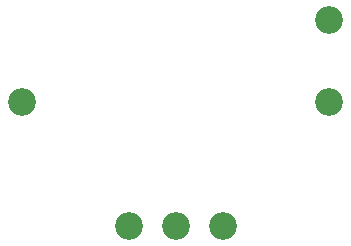
<source format=gts>
G04*
G04 #@! TF.GenerationSoftware,Altium Limited,Altium Designer,20.1.8 (145)*
G04*
G04 Layer_Color=8388736*
%FSTAX43Y43*%
%MOMM*%
G71*
G04*
G04 #@! TF.SameCoordinates,3F849034-A6BE-41B6-9089-3A01D41A6D06*
G04*
G04*
G04 #@! TF.FilePolarity,Negative*
G04*
G01*
G75*
%ADD14C,2.350*%
D14*
X0074Y00455D02*
D03*
X0061Y0056D02*
D03*
X007Y00455D02*
D03*
X0078D02*
D03*
X0086975Y0063D02*
D03*
X0087Y0056D02*
D03*
M02*

</source>
